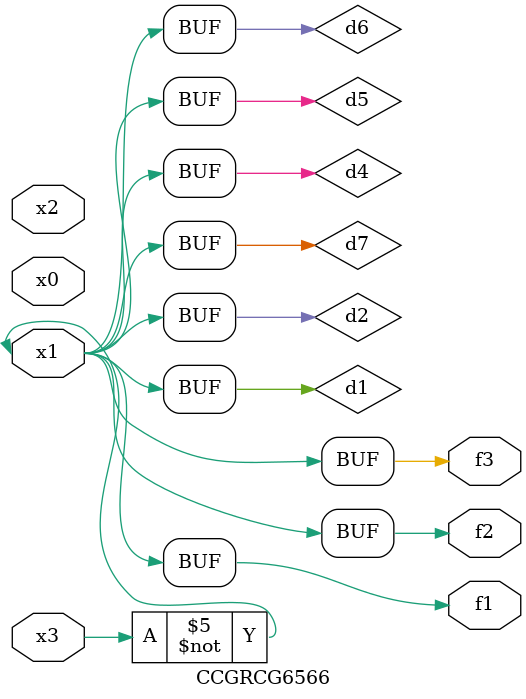
<source format=v>
module CCGRCG6566(
	input x0, x1, x2, x3,
	output f1, f2, f3
);

	wire d1, d2, d3, d4, d5, d6, d7;

	not (d1, x3);
	buf (d2, x1);
	xnor (d3, d1, d2);
	nor (d4, d1);
	buf (d5, d1, d2);
	buf (d6, d4, d5);
	nand (d7, d4);
	assign f1 = d6;
	assign f2 = d7;
	assign f3 = d6;
endmodule

</source>
